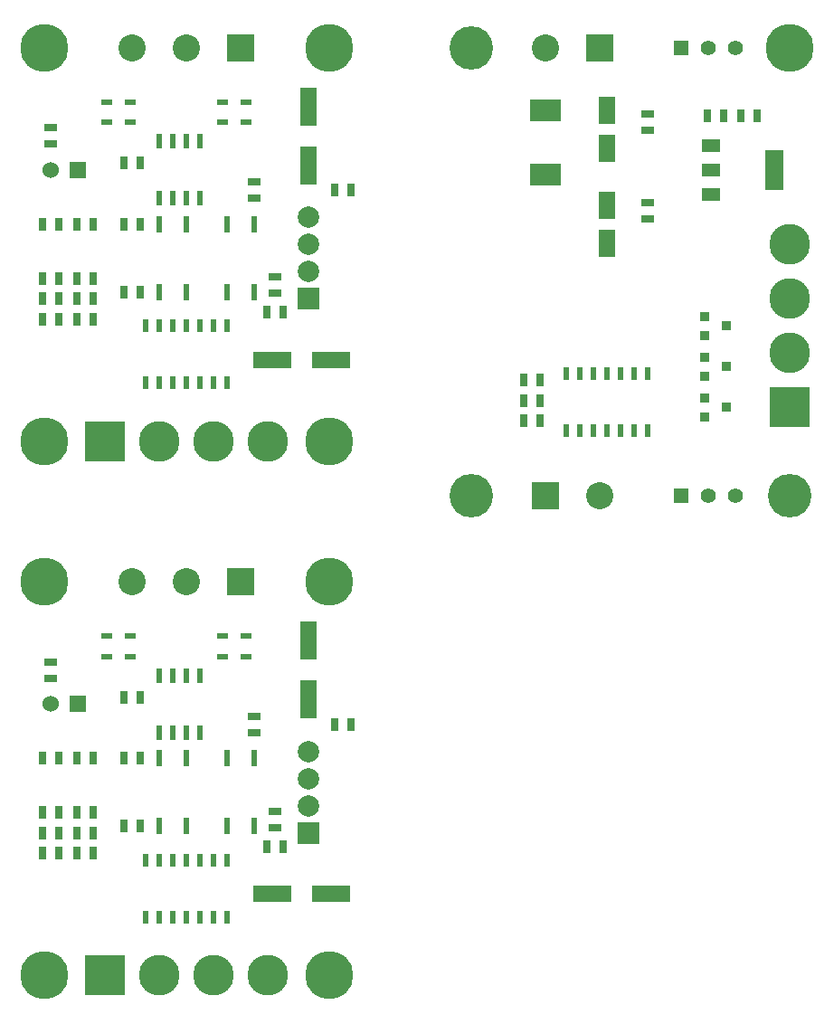
<source format=gts>
G04 This is an RS-274x file exported by *
G04 gerbv version 2.6.1 *
G04 More information is available about gerbv at *
G04 http://gerbv.geda-project.org/ *
G04 --End of header info--*
%MOIN*%
%FSLAX34Y34*%
%IPPOS*%
G04 --Define apertures--*
%ADD10C,0.0059*%
%ADD11R,0.0236X0.0551*%
%ADD12R,0.0250X0.0450*%
%ADD13R,0.0450X0.0250*%
%ADD14R,0.0600X0.0600*%
%ADD15C,0.0600*%
%ADD16R,0.1417X0.0630*%
%ADD17C,0.1500*%
%ADD18R,0.1500X0.1500*%
%ADD19R,0.1000X0.1000*%
%ADD20C,0.1000*%
%ADD21C,0.1772*%
%ADD22R,0.0787X0.0787*%
%ADD23C,0.0787*%
%ADD24R,0.0630X0.1417*%
%ADD25R,0.0200X0.0450*%
%ADD26R,0.0394X0.0236*%
%ADD27R,0.0240X0.0598*%
%ADD28R,0.0360X0.0360*%
%ADD29R,0.0709X0.0512*%
%ADD30R,0.0709X0.1496*%
%ADD31R,0.1181X0.0787*%
%ADD32R,0.0550X0.0550*%
%ADD33C,0.0550*%
%ADD34R,0.0630X0.1024*%
%ADD35C,0.1600*%
G04 --Start main section--*
G54D11*
G01X0005750Y-004950D03*
G01X0005750Y-007050D03*
G01X0006250Y-004950D03*
G01X0006750Y-004950D03*
G01X0007250Y-004950D03*
G01X0006250Y-007050D03*
G01X0006750Y-007050D03*
G01X0007250Y-007050D03*
G54D12*
G01X0005050Y-005750D03*
G01X0004450Y-005750D03*
G01X0001450Y-010750D03*
G01X0002050Y-010750D03*
G01X0002700Y-011500D03*
G01X0003300Y-011500D03*
G01X0002700Y-010750D03*
G01X0003300Y-010750D03*
G54D13*
G01X0001750Y-005050D03*
G01X0001750Y-004450D03*
G54D12*
G01X0009700Y-011250D03*
G01X0010300Y-011250D03*
G01X0001450Y-010000D03*
G01X0002050Y-010000D03*
G01X0002700Y-010000D03*
G01X0003300Y-010000D03*
G54D14*
G01X0002750Y-006000D03*
G54D15*
G01X0001750Y-006000D03*
G54D16*
G01X0012083Y-013000D03*
G01X0009917Y-013000D03*
G54D17*
G01X0005750Y-016000D03*
G01X0007750Y-016000D03*
G54D18*
G01X0003750Y-016000D03*
G54D17*
G01X0009750Y-016000D03*
G54D19*
G01X0008750Y-001500D03*
G54D20*
G01X0006750Y-001500D03*
G01X0004750Y-001500D03*
G54D12*
G01X0001450Y-011500D03*
G01X0002050Y-011500D03*
G54D21*
G01X0012000Y-016000D03*
G01X0001500Y-016000D03*
G01X0012000Y-001500D03*
G01X0001500Y-001500D03*
G54D13*
G01X0009250Y-006450D03*
G01X0009250Y-007050D03*
G54D12*
G01X0004450Y-008000D03*
G01X0005050Y-008000D03*
G54D13*
G01X0010000Y-009950D03*
G01X0010000Y-010550D03*
G54D12*
G01X0004450Y-010500D03*
G01X0005050Y-010500D03*
G01X0012200Y-006750D03*
G01X0012800Y-006750D03*
G01X0003300Y-008000D03*
G01X0002700Y-008000D03*
G01X0002050Y-008000D03*
G01X0001450Y-008000D03*
G54D22*
G01X0011250Y-010750D03*
G54D23*
G01X0011250Y-009750D03*
G01X0011250Y-008750D03*
G01X0011250Y-007750D03*
G54D24*
G01X0011250Y-005833D03*
G01X0011250Y-003667D03*
G54D25*
G01X0005250Y-013850D03*
G01X0005750Y-013850D03*
G01X0006250Y-013850D03*
G01X0006750Y-013850D03*
G01X0007250Y-013850D03*
G01X0007750Y-013850D03*
G01X0008250Y-013850D03*
G01X0008250Y-011750D03*
G01X0007750Y-011750D03*
G01X0007250Y-011750D03*
G01X0006750Y-011750D03*
G01X0006250Y-011750D03*
G01X0005750Y-011750D03*
G01X0005250Y-011750D03*
G54D26*
G01X0008933Y-004250D03*
G01X0008067Y-004250D03*
G01X0008933Y-003500D03*
G01X0008067Y-003500D03*
G01X0004683Y-004250D03*
G01X0003817Y-004250D03*
G01X0004683Y-003500D03*
G01X0003817Y-003500D03*
G54D27*
G01X0005750Y-010500D03*
G01X0006750Y-010500D03*
G01X0006750Y-008000D03*
G01X0005750Y-008000D03*
G01X0009250Y-008000D03*
G01X0008250Y-008000D03*
G01X0008250Y-010500D03*
G01X0009250Y-010500D03*
G01X0000000Y-019685D02*
G54D11*
G01X0005750Y-024635D03*
G01X0005750Y-026735D03*
G01X0006250Y-024635D03*
G01X0006750Y-024635D03*
G01X0007250Y-024635D03*
G01X0006250Y-026735D03*
G01X0006750Y-026735D03*
G01X0007250Y-026735D03*
G54D12*
G01X0005050Y-025435D03*
G01X0004450Y-025435D03*
G01X0001450Y-030435D03*
G01X0002050Y-030435D03*
G01X0002700Y-031185D03*
G01X0003300Y-031185D03*
G01X0002700Y-030435D03*
G01X0003300Y-030435D03*
G54D13*
G01X0001750Y-024735D03*
G01X0001750Y-024135D03*
G54D12*
G01X0009700Y-030935D03*
G01X0010300Y-030935D03*
G01X0001450Y-029685D03*
G01X0002050Y-029685D03*
G01X0002700Y-029685D03*
G01X0003300Y-029685D03*
G54D14*
G01X0002750Y-025685D03*
G54D15*
G01X0001750Y-025685D03*
G54D16*
G01X0012083Y-032685D03*
G01X0009917Y-032685D03*
G54D17*
G01X0005750Y-035685D03*
G01X0007750Y-035685D03*
G54D18*
G01X0003750Y-035685D03*
G54D17*
G01X0009750Y-035685D03*
G54D19*
G01X0008750Y-021185D03*
G54D20*
G01X0006750Y-021185D03*
G01X0004750Y-021185D03*
G54D12*
G01X0001450Y-031185D03*
G01X0002050Y-031185D03*
G54D21*
G01X0012000Y-035685D03*
G01X0001500Y-035685D03*
G01X0012000Y-021185D03*
G01X0001500Y-021185D03*
G54D13*
G01X0009250Y-026135D03*
G01X0009250Y-026735D03*
G54D12*
G01X0004450Y-027685D03*
G01X0005050Y-027685D03*
G54D13*
G01X0010000Y-029635D03*
G01X0010000Y-030235D03*
G54D12*
G01X0004450Y-030185D03*
G01X0005050Y-030185D03*
G01X0012200Y-026435D03*
G01X0012800Y-026435D03*
G01X0003300Y-027685D03*
G01X0002700Y-027685D03*
G01X0002050Y-027685D03*
G01X0001450Y-027685D03*
G54D22*
G01X0011250Y-030435D03*
G54D23*
G01X0011250Y-029435D03*
G01X0011250Y-028435D03*
G01X0011250Y-027435D03*
G54D24*
G01X0011250Y-025518D03*
G01X0011250Y-023352D03*
G54D25*
G01X0005250Y-033535D03*
G01X0005750Y-033535D03*
G01X0006250Y-033535D03*
G01X0006750Y-033535D03*
G01X0007250Y-033535D03*
G01X0007750Y-033535D03*
G01X0008250Y-033535D03*
G01X0008250Y-031435D03*
G01X0007750Y-031435D03*
G01X0007250Y-031435D03*
G01X0006750Y-031435D03*
G01X0006250Y-031435D03*
G01X0005750Y-031435D03*
G01X0005250Y-031435D03*
G54D26*
G01X0008933Y-023935D03*
G01X0008067Y-023935D03*
G01X0008933Y-023185D03*
G01X0008067Y-023185D03*
G01X0004683Y-023935D03*
G01X0003817Y-023935D03*
G01X0004683Y-023185D03*
G01X0003817Y-023185D03*
G54D27*
G01X0005750Y-030185D03*
G01X0006750Y-030185D03*
G01X0006750Y-027685D03*
G01X0005750Y-027685D03*
G01X0009250Y-027685D03*
G01X0008250Y-027685D03*
G01X0008250Y-030185D03*
G01X0009250Y-030185D03*
G01X0015748Y0000000D02*
G54D28*
G01X0025848Y-015100D03*
G01X0025848Y-014400D03*
G01X0026648Y-014750D03*
G01X0025848Y-013600D03*
G01X0025848Y-012900D03*
G01X0026648Y-013250D03*
G01X0025848Y-012100D03*
G01X0025848Y-011400D03*
G01X0026648Y-011750D03*
G54D29*
G01X0026067Y-005094D03*
G01X0026067Y-006000D03*
G01X0026067Y-006906D03*
G54D30*
G01X0028429Y-006000D03*
G54D25*
G01X0020748Y-015600D03*
G01X0021248Y-015600D03*
G01X0021748Y-015600D03*
G01X0022248Y-015600D03*
G01X0022748Y-015600D03*
G01X0023248Y-015600D03*
G01X0023748Y-015600D03*
G01X0023748Y-013500D03*
G01X0023248Y-013500D03*
G01X0022748Y-013500D03*
G01X0022248Y-013500D03*
G01X0021748Y-013500D03*
G01X0021248Y-013500D03*
G01X0020748Y-013500D03*
G54D31*
G01X0019998Y-003819D03*
G01X0019998Y-006181D03*
G54D12*
G01X0019198Y-014500D03*
G01X0019798Y-014500D03*
G01X0019198Y-015250D03*
G01X0019798Y-015250D03*
G01X0019198Y-013750D03*
G01X0019798Y-013750D03*
G01X0025948Y-004000D03*
G01X0026548Y-004000D03*
G01X0027198Y-004000D03*
G01X0027798Y-004000D03*
G54D13*
G01X0023748Y-004550D03*
G01X0023748Y-003950D03*
G01X0023748Y-007200D03*
G01X0023748Y-007800D03*
G54D32*
G01X0024998Y-001500D03*
G54D33*
G01X0025998Y-001500D03*
G01X0026998Y-001500D03*
G54D34*
G01X0022248Y-007291D03*
G01X0022248Y-008709D03*
G01X0022248Y-005209D03*
G01X0022248Y-003791D03*
G54D17*
G01X0028998Y-012750D03*
G01X0028998Y-010750D03*
G54D18*
G01X0028998Y-014750D03*
G54D17*
G01X0028998Y-008750D03*
G54D19*
G01X0019998Y-018000D03*
G54D20*
G01X0021998Y-018000D03*
G54D19*
G01X0021998Y-001500D03*
G54D20*
G01X0019998Y-001500D03*
G54D32*
G01X0024998Y-018000D03*
G54D33*
G01X0025998Y-018000D03*
G01X0026998Y-018000D03*
G54D21*
G01X0028998Y-001500D03*
G54D35*
G01X0028998Y-018000D03*
G01X0017248Y-018000D03*
G01X0017248Y-001500D03*
M02*

</source>
